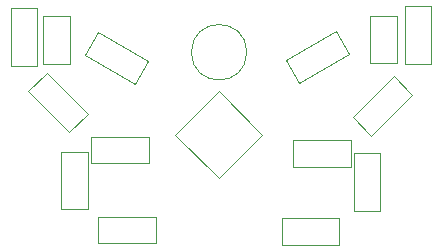
<source format=gbr>
G04 #@! TF.GenerationSoftware,KiCad,Pcbnew,(5.1.5)-3*
G04 #@! TF.CreationDate,2020-05-15T21:02:07+03:00*
G04 #@! TF.ProjectId,ButterflyJewel,42757474-6572-4666-9c79-4a6577656c2e,rev?*
G04 #@! TF.SameCoordinates,Original*
G04 #@! TF.FileFunction,Other,User*
%FSLAX46Y46*%
G04 Gerber Fmt 4.6, Leading zero omitted, Abs format (unit mm)*
G04 Created by KiCad (PCBNEW (5.1.5)-3) date 2020-05-15 21:02:07*
%MOMM*%
%LPD*%
G04 APERTURE LIST*
%ADD10C,0.050000*%
G04 APERTURE END LIST*
D10*
X211081000Y-29607000D02*
X208781000Y-29607000D01*
X211081000Y-33607000D02*
X211081000Y-29607000D01*
X208781000Y-33607000D02*
X211081000Y-33607000D01*
X208781000Y-29607000D02*
X208781000Y-33607000D01*
X183395000Y-29670500D02*
X181095000Y-29670500D01*
X183395000Y-33670500D02*
X183395000Y-29670500D01*
X181095000Y-33670500D02*
X183395000Y-33670500D01*
X181095000Y-29670500D02*
X181095000Y-33670500D01*
X190092500Y-42077500D02*
X185192500Y-42077500D01*
X190092500Y-39837500D02*
X190092500Y-42077500D01*
X185192500Y-39837500D02*
X190092500Y-39837500D01*
X185192500Y-42077500D02*
X185192500Y-39837500D01*
X207174000Y-42395000D02*
X202274000Y-42395000D01*
X207174000Y-40155000D02*
X207174000Y-42395000D01*
X202274000Y-40155000D02*
X207174000Y-40155000D01*
X202274000Y-42395000D02*
X202274000Y-40155000D01*
X183312452Y-39481371D02*
X179847629Y-36016548D01*
X184896371Y-37897452D02*
X183312452Y-39481371D01*
X181431548Y-34432629D02*
X184896371Y-37897452D01*
X179847629Y-36016548D02*
X181431548Y-34432629D01*
X212391871Y-36334048D02*
X208927048Y-39798871D01*
X210807952Y-34750129D02*
X212391871Y-36334048D01*
X207343129Y-38214952D02*
X210807952Y-34750129D01*
X208927048Y-39798871D02*
X207343129Y-38214952D01*
X188886762Y-35405448D02*
X184643238Y-32955448D01*
X190006762Y-33465552D02*
X188886762Y-35405448D01*
X185763238Y-31015552D02*
X190006762Y-33465552D01*
X184643238Y-32955448D02*
X185763238Y-31015552D01*
X207024762Y-32828448D02*
X202781238Y-35278448D01*
X205904762Y-30888552D02*
X207024762Y-32828448D01*
X201661238Y-33338552D02*
X205904762Y-30888552D01*
X202781238Y-35278448D02*
X201661238Y-33338552D01*
X199671216Y-39687500D02*
X195994261Y-36010545D01*
X195994261Y-43364455D02*
X199671216Y-39687500D01*
X192317306Y-39687500D02*
X195994261Y-43364455D01*
X195994261Y-36010545D02*
X192317306Y-39687500D01*
X209654000Y-41238000D02*
X209654000Y-46138000D01*
X207414000Y-41238000D02*
X209654000Y-41238000D01*
X207414000Y-46138000D02*
X207414000Y-41238000D01*
X209654000Y-46138000D02*
X207414000Y-46138000D01*
X198374500Y-32702500D02*
G75*
G03X198374500Y-32702500I-2350000J0D01*
G01*
X206221500Y-46759000D02*
X206221500Y-48999000D01*
X206221500Y-48999000D02*
X201321500Y-48999000D01*
X201321500Y-48999000D02*
X201321500Y-46759000D01*
X201321500Y-46759000D02*
X206221500Y-46759000D01*
X178394500Y-33882500D02*
X178394500Y-28982500D01*
X180634500Y-33882500D02*
X178394500Y-33882500D01*
X180634500Y-28982500D02*
X180634500Y-33882500D01*
X178394500Y-28982500D02*
X180634500Y-28982500D01*
X184889000Y-41111000D02*
X184889000Y-46011000D01*
X182649000Y-41111000D02*
X184889000Y-41111000D01*
X182649000Y-46011000D02*
X182649000Y-41111000D01*
X184889000Y-46011000D02*
X182649000Y-46011000D01*
X211732000Y-33692000D02*
X211732000Y-28792000D01*
X213972000Y-33692000D02*
X211732000Y-33692000D01*
X213972000Y-28792000D02*
X213972000Y-33692000D01*
X211732000Y-28792000D02*
X213972000Y-28792000D01*
X190664000Y-48872000D02*
X185764000Y-48872000D01*
X190664000Y-46632000D02*
X190664000Y-48872000D01*
X185764000Y-46632000D02*
X190664000Y-46632000D01*
X185764000Y-48872000D02*
X185764000Y-46632000D01*
M02*

</source>
